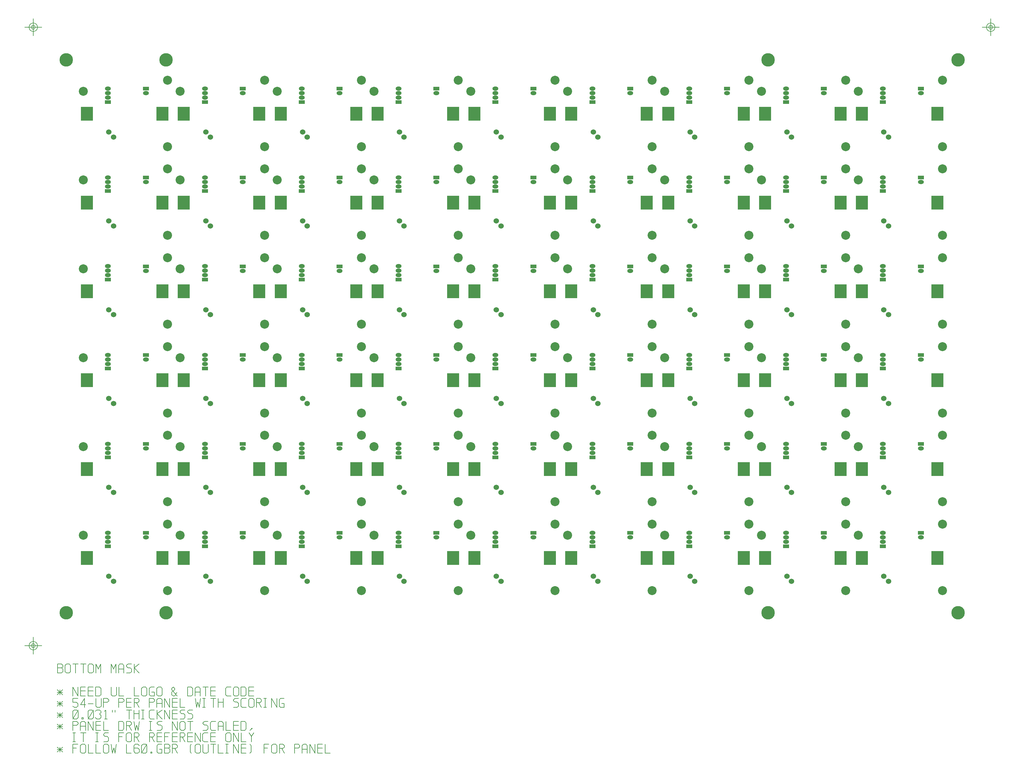
<source format=gbr>
*%FSLAX24Y24*%
%MOIN*%
%IPPOS*%
%ADD10R,0.03X0.03*%
%ADD11R,0.03X0.03*%
%ADD12R,0.0155X0.05*%
%ADD13C,0.05*%
%ADD14R,0.0394X0.0709*%
%AMD15*
21,1,0.0206,0.01,0.0,0.0,0.0*
21,1,0.0256,0.005,0.0,0.0,0.0*
1,1,0.005,0.0103,0.0025*
1,1,0.005,-0.0103,0.0025*
1,1,0.005,0.0103,-0.0025*
1,1,0.005,-0.0103,-0.0025*%
%ADD15D15*%
G04:---LTIenv:A015:17,0.0256,0.01,0.0025 *
%AMD16*
21,1,0.005,0.0256,0.0,0.0,0.0*
21,1,0.01,0.0206,0.0,0.0,0.0*
1,1,0.005,0.0025,0.0103*
1,1,0.005,-0.0025,0.0103*
1,1,0.005,0.0025,-0.0103*
1,1,0.005,-0.0025,-0.0103*%
%ADD16D16*%
G04:---LTIenv:A016:17,0.01,0.0256,0.0025 *
%AMD17*
4,1,8
,0.0049,0.0103
,0.0049,-0.0103
,0.0025,-0.0128
,-0.0025,-0.0128
,-0.0049,-0.0103
,-0.0049,0.0103
,-0.0025,0.0128
,0.0025,0.0128,0.0049,0.0103,0.0*%
%ADD17D17*%
%AMD18*
4,1,8
,-0.0103,0.0049
,0.0103,0.0049
,0.0128,0.0025
,0.0128,-0.0025
,0.0103,-0.0049
,-0.0103,-0.0049
,-0.0128,-0.0025
,-0.0128,0.0025,-0.0103,0.0049,0.0*%
%ADD18D18*%
%ADD19C,0.012*%
%ADD20C,0.02*%
%ADD21C,0.008*%
%ADD22C,0.01*%
%ADD23C,0.009*%
%ADD24C,0.15*%
%ADD25C,0.075*%
%ADD26C,0.15*%
%ADD27C,0.052*%
%ADD28R,0.062X0.04*%
%ADD29O,0.062X0.04*%
%ADD30C,0.026*%
%ADD31C,0.092*%
%ADD32C,0.06*%
%ADD33R,0.13X0.15*%
%AMD34*
1,1,0.1,0.0,0.0*
1,0,0.0875,0.0,0.0*
1,1,0.05,0.0,0.0*
1,0,0.0375,0.0,0.0*
20,1,0.0062,0.0,-0.0969,0.0,0.0969,0.0*
20,1,0.0062,-0.0969,0.0,0.0969,0.0,0.0*%
%ADD34D34*%
G04:---LTIenv:A034:6,0.2,6 *
%ADD35C,0.07*%
%ADD36R,0.038X0.038*%
%ADD37R,0.038X0.038*%
%ADD38R,0.0185X0.053*%
%ADD39C,0.1*%
%ADD40R,0.0474X0.0789*%
%AMD41*
21,1,0.0206,0.014,0.0,0.0,0.0*
21,1,0.0296,0.005,0.0,0.0,0.0*
1,1,0.009,0.0103,0.0025*
1,1,0.009,-0.0103,0.0025*
1,1,0.009,0.0103,-0.0025*
1,1,0.009,-0.0103,-0.0025*%
%ADD41D41*%
G04:---LTIenv:A041:17,0.0296,0.014,0.0045 *
%AMD42*
21,1,0.005,0.0296,0.0,0.0,0.0*
21,1,0.014,0.0206,0.0,0.0,0.0*
1,1,0.009,0.0025,0.0103*
1,1,0.009,-0.0025,0.0103*
1,1,0.009,0.0025,-0.0103*
1,1,0.009,-0.0025,-0.0103*%
%ADD42D42*%
G04:---LTIenv:A042:17,0.014,0.0296,0.0045 *
%AMD43*
4,1,8
,0.0069,0.0113
,0.0069,-0.0113
,0.0035,-0.0148
,-0.0035,-0.0148
,-0.0069,-0.0113
,-0.0069,0.0113
,-0.0035,0.0148
,0.0035,0.0148,0.0069,0.0113,0.0*%
%ADD43D43*%
%AMD44*
4,1,8
,-0.0113,0.0069
,0.0113,0.0069
,0.0148,0.0035
,0.0148,-0.0035
,0.0113,-0.0069
,-0.0113,-0.0069
,-0.0148,-0.0035
,-0.0148,0.0035,-0.0113,0.0069,0.0*%
%ADD44D44*%
%ADD45R,0.066X0.044*%
%ADD46O,0.066X0.044*%
%ADD48C,0.1*%
%ADD49R,0.138X0.158*%
%AMD55*
4,1,8
,0.0049,0.0103
,0.0049,-0.0103
,0.0025,-0.0128
,-0.0025,-0.0128
,-0.0049,-0.0103
,-0.0049,0.0103
,-0.0025,0.0128
,0.0025,0.0128,0.0049,0.0103,0.0*%
%ADD55D55*%
%AMD56*
4,1,8
,-0.0103,0.0049
,0.0103,0.0049
,0.0128,0.0025
,0.0128,-0.0025
,0.0103,-0.0049
,-0.0103,-0.0049
,-0.0128,-0.0025
,-0.0128,0.0025,-0.0103,0.0049,0.0*%
%ADD56D56*%
%ADD200C,0.002*%
%ADD901C,0.012*%
G04:---LTIenv:A901:15,0.012,1 *
%ADD902C,0.028*%
G04:---LTIenv:A902:15,0.028,2 *
%ADD903C,0.033*%
G04:---LTIenv:A903:15,0.033,3 *
%ADD904C,0.12*%
G04:---LTIenv:A904:15,0.12,4 *

%LPD*%
D21*X126Y-13839D2*X724Y-14382D1*X126D2*X724Y-13839D1*X126Y-14115D2*X724D1*X425Y-14382D2*Y-13839D1*X1858Y-13957D2*X2252D1*X1858Y-14532D2*Y-13532D1*X2402*X2693Y-13689D2*Y-14382D1*X2843Y-14532*X3142*X3291Y-14382*Y-13689*X3142Y-13532*X2843*X2693Y-13689*X4110Y-14532D2*X3567D1*Y-13532*X4961Y-14532D2*X4417D1*Y-13532*X5244Y-13689D2*Y-14382D1*X5394Y-14532*X5693*X5843Y-14382*Y-13689*X5693Y-13532*X5394*X5244Y-13689*X6685Y-13532D2*X6559Y-14532D1*X6409Y-13934*X6260Y-14532*X6110Y-13532*X8362Y-14532D2*X7819D1*Y-13532*X8646Y-13957D2*X9094D1*X9244Y-14115*Y-14382*X9094Y-14532*X8795*X8646Y-14335*Y-13689*X8795Y-13532*X9094*X9244Y-13689*X9488Y-14532D2*X10087Y-13532D1*X9638D2*X9488Y-13689D1*Y-14382*X9638Y-14532*X9937*X10087Y-14382*Y-13689*X9937Y-13532*X9638*X10504Y-14532D2*X10654D1*Y-14382*X10504*Y-14532*X11480Y-14083D2*X11756D1*Y-14532*X11354*X11205Y-14382*Y-13689*X11354Y-13532*X11756*X12039Y-13957D2*X12488D1*X12039Y-14532D2*X12488D1*X12638Y-14382*Y-14083*X12488Y-13957*X12638Y-13839*Y-13689*X12488Y-13532*X12039*Y-14532*X13173Y-13989D2*X13472Y-14532D1*X12929Y-13989D2*X13323D1*X13472Y-13839*Y-13689*X13323Y-13532*X12929*Y-14532*X15024D2*X14898Y-14382D1*Y-13689*X15024Y-13532*X15449Y-13689D2*Y-14382D1*X15598Y-14532*X15898*X16047Y-14382*Y-13689*X15898Y-13532*X15598*X15449Y-13689*X16906Y-13532D2*Y-14382D1*X16756Y-14532*X16457*X16307Y-14382*Y-13532*X17465Y-14532D2*Y-13532D1*X17165D2*X17764D1*X18567Y-14532D2*X18024D1*Y-13532*X18843Y-14532D2*X19142D1*X18992D2*Y-13532D1*X18843D2*X19142D1*X20283D2*Y-14532D1*X19709Y-13532*Y-14532*X20567Y-13957D2*X21118D1*Y-13532D2*X20567D1*Y-14532*X21118*X21543D2*X21693Y-14382D1*Y-13689*X21543Y-13532*X23118Y-13957D2*X23512D1*X23118Y-14532D2*Y-13532D1*X23661*X23953Y-13689D2*Y-14382D1*X24102Y-14532*X24402*X24551Y-14382*Y-13689*X24402Y-13532*X24102*X23953Y-13689*X25079Y-13989D2*X25378Y-14532D1*X24835Y-13989D2*X25228D1*X25378Y-13839*Y-13689*X25228Y-13532*X24835*Y-14532*X26520Y-13957D2*X26945D1*X27094Y-13808*Y-13689*X26945Y-13532*X26520*Y-14532*X27354Y-14083D2*X27929D1*Y-14532D2*Y-13689D1*X27780Y-13532*X27504*X27354Y-13689*Y-14532*X28787Y-13532D2*Y-14532D1*X28213Y-13532*Y-14532*X29071Y-13957D2*X29622D1*Y-13532D2*X29071D1*Y-14532*X29622*X30472D2*X29929D1*Y-13532*X126Y-7461D2*X724Y-8004D1*X126D2*X724Y-7461D1*X126Y-7737D2*X724D1*X425Y-8004D2*Y-7461D1*X2425Y-7154D2*Y-8154D1*X1850Y-7154*Y-8154*X2709Y-7579D2*X3260D1*Y-7154D2*X2709D1*Y-8154*X3260*X3559Y-7579D2*X4110D1*Y-7154D2*X3559D1*Y-8154*X4110*X4819D2*X4969Y-8004D1*Y-7311*X4819Y-7154*X4394*Y-8154*X4819*X6701Y-7154D2*Y-8004D1*X6551Y-8154*X6252*X6102Y-8004*Y-7154*X7512Y-8154D2*X6969D1*Y-7154*X9213Y-8154D2*X8669D1*Y-7154*X9496Y-7311D2*Y-8004D1*X9646Y-8154*X9945*X10094Y-8004*Y-7311*X9945Y-7154*X9646*X9496Y-7311*X10630Y-7705D2*X10906D1*Y-8154*X10504*X10354Y-8004*Y-7311*X10504Y-7154*X10906*X11197Y-7311D2*Y-8004D1*X11346Y-8154*X11646*X11795Y-8004*Y-7311*X11646Y-7154*X11346*X11197Y-7311*X13457Y-8154D2*X12858Y-7461D1*Y-7311*X13024Y-7154*X13181Y-7311*Y-7461*X12858Y-7705*Y-8004*X13008Y-8154*X13157*X13307Y-8036*Y-7886*X13457Y-7737*X15024Y-8154D2*X15173Y-8004D1*Y-7311*X15024Y-7154*X14598*Y-8154*X15024*X15449Y-7705D2*X16024D1*Y-8154D2*Y-7311D1*X15874Y-7154*X15598*X15449Y-7311*Y-8154*X16614D2*Y-7154D1*X16315D2*X16913D1*X17165Y-7579D2*X17717D1*Y-7154D2*X17165D1*Y-8154*X17717*X19433D2*X18984D1*X18835Y-8004*Y-7311*X18984Y-7154*X19433*X19701Y-7311D2*Y-8004D1*X19850Y-8154*X20150*X20299Y-8004*Y-7311*X20150Y-7154*X19850*X19701Y-7311*X20976Y-8154D2*X21126Y-8004D1*Y-7311*X20976Y-7154*X20551*Y-8154*X20976*X21417Y-7579D2*X21969D1*Y-7154D2*X21417D1*Y-8154*X21969*X126Y-8737D2*X724Y-9280D1*X126D2*X724Y-8737D1*X126Y-9012D2*X724D1*X425Y-9280D2*Y-8737D1*X2402Y-8430D2*X1850D1*Y-8855*X2252*X2402Y-9012*Y-9280*X2252Y-9430*X2000*X1850Y-9280*X3283Y-9130D2*X2709D1*X3134Y-8430*Y-9430*X3559Y-9012D2*X4110D1*X5000Y-8430D2*Y-9280D1*X4850Y-9430*X4551*X4402Y-9280*Y-8430*X5260Y-8855D2*X5685D1*X5835Y-8705*Y-8587*X5685Y-8430*X5260*Y-9430*X6961Y-8855D2*X7386D1*X7535Y-8705*Y-8587*X7386Y-8430*X6961*Y-9430*X7811Y-8855D2*X8362D1*Y-8430D2*X7811D1*Y-9430*X8362*X8921Y-8886D2*X9220Y-9430D1*X8677Y-8886D2*X9071D1*X9220Y-8737*Y-8587*X9071Y-8430*X8677*Y-9430*X10362Y-8855D2*X10787D1*X10937Y-8705*Y-8587*X10787Y-8430*X10362*Y-9430*X11197Y-8981D2*X11772D1*Y-9430D2*Y-8587D1*X11622Y-8430*X11346*X11197Y-8587*Y-9430*X12630Y-8430D2*Y-9430D1*X12055Y-8430*Y-9430*X12913Y-8855D2*X13465D1*Y-8430D2*X12913D1*Y-9430*X13465*X14315D2*X13772D1*Y-8430*X16039D2*X15913Y-9430D1*X15764Y-8831*X15614Y-9430*X15465Y-8430*X16291Y-9430D2*X16591D1*X16441D2*Y-8430D1*X16291D2*X16591D1*X17465Y-9430D2*Y-8430D1*X17165D2*X17764D1*X18000Y-8855D2*X18575D1*Y-9430D2*Y-8430D1*X18000Y-9430D2*Y-8430D1*X19724Y-9430D2*X20126D1*X20276Y-9280*Y-8981*X20126Y-8831*X19874*X19724Y-8682*Y-8587*X19874Y-8430*X20276*X21134Y-9430D2*X20685D1*X20535Y-9280*Y-8587*X20685Y-8430*X21134*X21402Y-8587D2*Y-9280D1*X21551Y-9430*X21850*X22000Y-9280*Y-8587*X21850Y-8430*X21551*X21402Y-8587*X22528Y-8886D2*X22827Y-9430D1*X22283Y-8886D2*X22677D1*X22827Y-8737*Y-8587*X22677Y-8430*X22283*Y-9430*X23094D2*X23394D1*X23244D2*Y-8430D1*X23094D2*X23394D1*X24535D2*Y-9430D1*X23961Y-8430*Y-9430*X25087Y-8981D2*X25362D1*Y-9430*X24961*X24811Y-9280*Y-8587*X24961Y-8430*X25362*X126Y-10012D2*X724Y-10556D1*X126D2*X724Y-10012D1*X126Y-10288D2*X724D1*X425Y-10556D2*Y-10012D1*X1835Y-10705D2*X2433Y-9705D1*X1984D2*X1835Y-9863D1*Y-10556*X1984Y-10705*X2283*X2433Y-10556*Y-9863*X2283Y-9705*X1984*X2850Y-10705D2*X3000D1*Y-10556*X2850*Y-10705*X3535D2*X4134Y-9705D1*X3685D2*X3535Y-9863D1*Y-10556*X3685Y-10705*X3984*X4134Y-10556*Y-9863*X3984Y-9705*X3685*X4362Y-10556D2*X4512Y-10705D1*X4819*X4969Y-10556*Y-10311*X4819Y-10162*X4969Y-10012*Y-9863*X4819Y-9705*X4512*X4362Y-9863*X5378Y-10705D2*X5677D1*X5528D2*Y-9705D1*X5378Y-9863*X6535Y-9957D2*Y-9705D1*X6236Y-9957D2*Y-9705D1*X8110Y-10705D2*Y-9705D1*X7811D2*X8409D1*X8646Y-10130D2*X9220D1*Y-10705D2*Y-9705D1*X8646Y-10705D2*Y-9705D1*X9488Y-10705D2*X9787D1*X9638D2*Y-9705D1*X9488D2*X9787D1*X10929Y-10705D2*X10480D1*X10331Y-10556*Y-9863*X10480Y-9705*X10929*X11220Y-10705D2*Y-9705D1*X11772Y-10705D2*X11220Y-10130D1*X11772Y-9705*X12630D2*Y-10705D1*X12055Y-9705*Y-10705*X12913Y-10130D2*X13465D1*Y-9705D2*X12913D1*Y-10705*X13465*X13772D2*X14173D1*X14323Y-10556*Y-10256*X14173Y-10107*X13921*X13772Y-9957*Y-9863*X13921Y-9705*X14323*X14622Y-10705D2*X15024D1*X15173Y-10556*Y-10256*X15024Y-10107*X14772*X14622Y-9957*Y-9863*X14772Y-9705*X15173*X126Y-11288D2*X724Y-11831D1*X126D2*X724Y-11288D1*X126Y-11563D2*X724D1*X425Y-11831D2*Y-11288D1*X1858Y-11406D2*X2283D1*X2433Y-11256*Y-11138*X2283Y-10981*X1858*Y-11981*X2693Y-11532D2*X3268D1*Y-11981D2*Y-11138D1*X3118Y-10981*X2843*X2693Y-11138*Y-11981*X4126Y-10981D2*Y-11981D1*X3551Y-10981*Y-11981*X4409Y-11406D2*X4961D1*Y-10981D2*X4409D1*Y-11981*X4961*X5811D2*X5268D1*Y-10981*X7370Y-11981D2*X7520Y-11831D1*Y-11138*X7370Y-10981*X6945*Y-11981*X7370*X8071Y-11437D2*X8370Y-11981D1*X7827Y-11437D2*X8220D1*X8370Y-11288*Y-11138*X8220Y-10981*X7827*Y-11981*X9236Y-10981D2*X9110Y-11981D1*X8961Y-11382*X8811Y-11981*X8661Y-10981*X10339Y-11981D2*X10638D1*X10488D2*Y-10981D1*X10339D2*X10638D1*X11220Y-11981D2*X11622D1*X11772Y-11831*Y-11532*X11622Y-11382*X11370*X11220Y-11233*Y-11138*X11370Y-10981*X11772*X13480D2*Y-11981D1*X12906Y-10981*Y-11981*X13748Y-11138D2*Y-11831D1*X13898Y-11981*X14197*X14346Y-11831*Y-11138*X14197Y-10981*X13898*X13748Y-11138*X14913Y-11981D2*Y-10981D1*X14614D2*X15213D1*X16323Y-11981D2*X16724D1*X16874Y-11831*Y-11532*X16724Y-11382*X16472*X16323Y-11233*Y-11138*X16472Y-10981*X16874*X17732Y-11981D2*X17283D1*X17134Y-11831*Y-11138*X17283Y-10981*X17732*X18000Y-11532D2*X18575D1*Y-11981D2*Y-11138D1*X18425Y-10981*X18150*X18000Y-11138*Y-11981*X19417D2*X18874D1*Y-10981*X19717Y-11406D2*X20268D1*Y-10981D2*X19717D1*Y-11981*X20268*X20976D2*X21126Y-11831D1*Y-11138*X20976Y-10981*X20551*Y-11981*X20976*X21701Y-11847D2*Y-11737D1*X21819*X21543Y-11981*X1835Y-13256D2*X2134D1*X1984D2*Y-12256D1*X1835D2*X2134D1*X3008Y-13256D2*Y-12256D1*X2709D2*X3307D1*X4386Y-13256D2*X4685D1*X4535D2*Y-12256D1*X4386D2*X4685D1*X5268Y-13256D2*X5669D1*X5819Y-13107*Y-12808*X5669Y-12658*X5417*X5268Y-12508*Y-12414*X5417Y-12256*X5819*X6961Y-12682D2*X7354D1*X6961Y-13256D2*Y-12256D1*X7504*X7795Y-12414D2*Y-13107D1*X7945Y-13256*X8244*X8394Y-13107*Y-12414*X8244Y-12256*X7945*X7795Y-12414*X8921Y-12713D2*X9220Y-13256D1*X8677Y-12713D2*X9071D1*X9220Y-12563*Y-12414*X9071Y-12256*X8677*Y-13256*X10622Y-12713D2*X10921Y-13256D1*X10378Y-12713D2*X10772D1*X10921Y-12563*Y-12414*X10772Y-12256*X10378*Y-13256*X11213Y-12682D2*X11764D1*Y-12256D2*X11213D1*Y-13256*X11764*X12063Y-12682D2*X12457D1*X12063Y-13256D2*Y-12256D1*X12606*X12913Y-12682D2*X13465D1*Y-12256D2*X12913D1*Y-13256*X13465*X14024Y-12713D2*X14323Y-13256D1*X13780Y-12713D2*X14173D1*X14323Y-12563*Y-12414*X14173Y-12256*X13780*Y-13256*X14614Y-12682D2*X15165D1*Y-12256D2*X14614D1*Y-13256*X15165*X16031Y-12256D2*Y-13256D1*X15457Y-12256*Y-13256*X16882D2*X16433D1*X16283Y-13107*Y-12414*X16433Y-12256*X16882*X17165Y-12682D2*X17717D1*Y-12256D2*X17165D1*Y-13256*X17717*X18850Y-12414D2*Y-13107D1*X19000Y-13256*X19299*X19449Y-13107*Y-12414*X19299Y-12256*X19000*X18850Y-12414*X20283Y-12256D2*Y-13256D1*X19709Y-12256*Y-13256*X21118D2*X20575D1*Y-12256*X21433D2*X21709Y-12658D1*X21984Y-12256*X21709Y-13256D2*Y-12658D1*X134Y-5027D2*X583D1*X134Y-5602D2*X583D1*X732Y-5452*Y-5153*X583Y-5027*X732Y-4909*Y-4759*X583Y-4602*X134*Y-5602*X992Y-4759D2*Y-5452D1*X1142Y-5602*X1441*X1591Y-5452*Y-4759*X1441Y-4602*X1142*X992Y-4759*X2157Y-5602D2*Y-4602D1*X1858D2*X2457D1*X3008Y-5602D2*Y-4602D1*X2709D2*X3307D1*X3543Y-4759D2*Y-5452D1*X3693Y-5602*X3992*X4142Y-5452*Y-4759*X3992Y-4602*X3693*X3543Y-4759*X4961Y-5602D2*Y-4602D1*X4685Y-5153*X4409Y-4602*Y-5602*X6661D2*Y-4602D1*X6386Y-5153*X6110Y-4602*Y-5602*X6945Y-5153D2*X7520D1*Y-5602D2*Y-4759D1*X7370Y-4602*X7094*X6945Y-4759*Y-5602*X7819D2*X8220D1*X8370Y-5452*Y-5153*X8220Y-5004*X7969*X7819Y-4854*Y-4759*X7969Y-4602*X8370*X8669Y-5602D2*Y-4602D1*X9220Y-5602D2*X8669Y-5027D1*X9220Y-4602*D24*X1110Y62670D3*X100305D3*Y1110D3*X1110D3*D26*X79195Y62670D3*Y1110D3*X12220Y62670D3*Y1110D3*D32*X3020Y59190D3*X5860Y54640D3*X6370Y54080D3*X13795Y59190D3*X16635Y54640D3*X17145Y54080D3*X24570Y59190D3*X27410Y54640D3*X27920Y54080D3*X35345Y59190D3*X38185Y54640D3*X38695Y54080D3*X46120Y59190D3*X48960Y54640D3*X49470Y54080D3*X56895Y59190D3*X59735Y54640D3*X60245Y54080D3*X67670Y59190D3*X70510Y54640D3*X71020Y54080D3*X78445Y59190D3*X81285Y54640D3*X81795Y54080D3*X89220Y59190D3*X92060Y54640D3*X92570Y54080D3*X89220Y49300D3*X92060Y44750D3*X92570Y44190D3*X78445Y49300D3*X81285Y44750D3*X81795Y44190D3*X67670Y49300D3*X70510Y44750D3*X71020Y44190D3*X56895Y49300D3*X59735Y44750D3*X60245Y44190D3*X46120Y49300D3*X48960Y44750D3*X49470Y44190D3*X35345Y49300D3*X38185Y44750D3*X38695Y44190D3*X24570Y49300D3*X27410Y44750D3*X27920Y44190D3*X13795Y49300D3*X16635Y44750D3*X17145Y44190D3*X3020Y49300D3*X5860Y44750D3*X6370Y44190D3*X3020Y39410D3*X5860Y34860D3*X6370Y34300D3*X13795Y39410D3*X16635Y34860D3*X17145Y34300D3*X24570Y39410D3*X27410Y34860D3*X27920Y34300D3*X35345Y39410D3*X38185Y34860D3*X38695Y34300D3*X46120Y39410D3*X48960Y34860D3*X49470Y34300D3*X56895Y39410D3*X59735Y34860D3*X60245Y34300D3*X67670Y39410D3*X70510Y34860D3*X71020Y34300D3*X78445Y39410D3*X81285Y34860D3*X81795Y34300D3*X89220Y39410D3*X92060Y34860D3*X92570Y34300D3*X89220Y29520D3*X92060Y24970D3*X92570Y24410D3*X78445Y29520D3*X81285Y24970D3*X81795Y24410D3*X67670Y29520D3*X70510Y24970D3*X71020Y24410D3*X56895Y29520D3*X59735Y24970D3*X60245Y24410D3*X46120Y29520D3*X48960Y24970D3*X49470Y24410D3*X35345Y29520D3*X38185Y24970D3*X38695Y24410D3*X24570Y29520D3*X27410Y24970D3*X27920Y24410D3*X13795Y29520D3*X16635Y24970D3*X17145Y24410D3*X3020Y29520D3*X5860Y24970D3*X6370Y24410D3*X3020Y19630D3*X5860Y15080D3*X6370Y14520D3*X13795Y19630D3*X16635Y15080D3*X17145Y14520D3*X24570Y19630D3*X27410Y15080D3*X27920Y14520D3*X35345Y19630D3*X38185Y15080D3*X38695Y14520D3*X46120Y19630D3*X48960Y15080D3*X49470Y14520D3*X56895Y19630D3*X59735Y15080D3*X60245Y14520D3*X67670Y19630D3*X70510Y15080D3*X71020Y14520D3*X78445Y19630D3*X81285Y15080D3*X81795Y14520D3*X89220Y19630D3*X92060Y15080D3*X92570Y14520D3*X89220Y9740D3*X92060Y5190D3*X92570Y4630D3*X78445Y9740D3*X81285Y5190D3*X81795Y4630D3*X67670Y9740D3*X70510Y5190D3*X71020Y4630D3*X56895Y9740D3*X59735Y5190D3*X60245Y4630D3*X46120Y9740D3*X48960Y5190D3*X49470Y4630D3*X35345Y9740D3*X38185Y5190D3*X38695Y4630D3*X24570Y9740D3*X27410Y5190D3*X27920Y4630D3*X13795Y9740D3*X16635Y5190D3*X17145Y4630D3*X3020Y9740D3*X5860Y5190D3*X6370Y4630D3*D34*X-2540Y-2540D3*Y66320D3*X103955D3*D39*X3020Y59190D3*X13795D3*X24570D3*X35345D3*X46120D3*X56895D3*X67670D3*X78445D3*X89220D3*Y49300D3*X78445D3*X67670D3*X56895D3*X46120D3*X35345D3*X24570D3*X13795D3*X3020D3*Y39410D3*X13795D3*X24570D3*X35345D3*X46120D3*X56895D3*X67670D3*X78445D3*X89220D3*Y29520D3*X78445D3*X67670D3*X56895D3*X46120D3*X35345D3*X24570D3*X13795D3*X3020D3*Y19630D3*X13795D3*X24570D3*X35345D3*X46120D3*X56895D3*X67670D3*X78445D3*X89220D3*Y9740D3*X78445D3*X67670D3*X56895D3*X46120D3*X35345D3*X24570D3*X13795D3*X3020D3*D45*X9970Y59470D3*X5760Y57980D3*X20745Y59470D3*X16535Y57980D3*X31520Y59470D3*X27310Y57980D3*X42295Y59470D3*X38085Y57980D3*X53070Y59470D3*X48860Y57980D3*X63845Y59470D3*X59635Y57980D3*X74620Y59470D3*X70410Y57980D3*X85395Y59470D3*X81185Y57980D3*X96170Y59470D3*X91960Y57980D3*X96170Y49580D3*X91960Y48090D3*X85395Y49580D3*X81185Y48090D3*X74620Y49580D3*X70410Y48090D3*X63845Y49580D3*X59635Y48090D3*X53070Y49580D3*X48860Y48090D3*X42295Y49580D3*X38085Y48090D3*X31520Y49580D3*X27310Y48090D3*X20745Y49580D3*X16535Y48090D3*X9970Y49580D3*X5760Y48090D3*X9970Y39690D3*X5760Y38200D3*X20745Y39690D3*X16535Y38200D3*X31520Y39690D3*X27310Y38200D3*X42295Y39690D3*X38085Y38200D3*X53070Y39690D3*X48860Y38200D3*X63845Y39690D3*X59635Y38200D3*X74620Y39690D3*X70410Y38200D3*X85395Y39690D3*X81185Y38200D3*X96170Y39690D3*X91960Y38200D3*X96170Y29800D3*X91960Y28310D3*X85395Y29800D3*X81185Y28310D3*X74620Y29800D3*X70410Y28310D3*X63845Y29800D3*X59635Y28310D3*X53070Y29800D3*X48860Y28310D3*X42295Y29800D3*X38085Y28310D3*X31520Y29800D3*X27310Y28310D3*X20745Y29800D3*X16535Y28310D3*X9970Y29800D3*X5760Y28310D3*X9970Y19910D3*X5760Y18420D3*X20745Y19910D3*X16535Y18420D3*X31520Y19910D3*X27310Y18420D3*X42295Y19910D3*X38085Y18420D3*X53070Y19910D3*X48860Y18420D3*X63845Y19910D3*X59635Y18420D3*X74620Y19910D3*X70410Y18420D3*X85395Y19910D3*X81185Y18420D3*X96170Y19910D3*X91960Y18420D3*X96170Y10020D3*X91960Y8530D3*X85395Y10020D3*X81185Y8530D3*X74620Y10020D3*X70410Y8530D3*X63845Y10020D3*X59635Y8530D3*X53070Y10020D3*X48860Y8530D3*X42295Y10020D3*X38085Y8530D3*X31520Y10020D3*X27310Y8530D3*X20745Y10020D3*X16535Y8530D3*X9970Y10020D3*X5760Y8530D3*D46*X9970Y58970D3*X5760Y59480D3*Y58980D3*Y58480D3*X20745Y58970D3*X16535Y59480D3*Y58980D3*Y58480D3*X31520Y58970D3*X27310Y59480D3*Y58980D3*Y58480D3*X42295Y58970D3*X38085Y59480D3*Y58980D3*Y58480D3*X53070Y58970D3*X48860Y59480D3*Y58980D3*Y58480D3*X63845Y58970D3*X59635Y59480D3*Y58980D3*Y58480D3*X74620Y58970D3*X70410Y59480D3*Y58980D3*Y58480D3*X85395Y58970D3*X81185Y59480D3*Y58980D3*Y58480D3*X96170Y58970D3*X91960Y59480D3*Y58980D3*Y58480D3*X96170Y49080D3*X91960Y49590D3*Y49090D3*Y48590D3*X85395Y49080D3*X81185Y49590D3*Y49090D3*Y48590D3*X74620Y49080D3*X70410Y49590D3*Y49090D3*Y48590D3*X63845Y49080D3*X59635Y49590D3*Y49090D3*Y48590D3*X53070Y49080D3*X48860Y49590D3*Y49090D3*Y48590D3*X42295Y49080D3*X38085Y49590D3*Y49090D3*Y48590D3*X31520Y49080D3*X27310Y49590D3*Y49090D3*Y48590D3*X20745Y49080D3*X16535Y49590D3*Y49090D3*Y48590D3*X9970Y49080D3*X5760Y49590D3*Y49090D3*Y48590D3*X9970Y39190D3*X5760Y39700D3*Y39200D3*Y38700D3*X20745Y39190D3*X16535Y39700D3*Y39200D3*Y38700D3*X31520Y39190D3*X27310Y39700D3*Y39200D3*Y38700D3*X42295Y39190D3*X38085Y39700D3*Y39200D3*Y38700D3*X53070Y39190D3*X48860Y39700D3*Y39200D3*Y38700D3*X63845Y39190D3*X59635Y39700D3*Y39200D3*Y38700D3*X74620Y39190D3*X70410Y39700D3*Y39200D3*Y38700D3*X85395Y39190D3*X81185Y39700D3*Y39200D3*Y38700D3*X96170Y39190D3*X91960Y39700D3*Y39200D3*Y38700D3*X96170Y29300D3*X91960Y29810D3*Y29310D3*Y28810D3*X85395Y29300D3*X81185Y29810D3*Y29310D3*Y28810D3*X74620Y29300D3*X70410Y29810D3*Y29310D3*Y28810D3*X63845Y29300D3*X59635Y29810D3*Y29310D3*Y28810D3*X53070Y29300D3*X48860Y29810D3*Y29310D3*Y28810D3*X42295Y29300D3*X38085Y29810D3*Y29310D3*Y28810D3*X31520Y29300D3*X27310Y29810D3*Y29310D3*Y28810D3*X20745Y29300D3*X16535Y29810D3*Y29310D3*Y28810D3*X9970Y29300D3*X5760Y29810D3*Y29310D3*Y28810D3*X9970Y19410D3*X5760Y19920D3*Y19420D3*Y18920D3*X20745Y19410D3*X16535Y19920D3*Y19420D3*Y18920D3*X31520Y19410D3*X27310Y19920D3*Y19420D3*Y18920D3*X42295Y19410D3*X38085Y19920D3*Y19420D3*Y18920D3*X53070Y19410D3*X48860Y19920D3*Y19420D3*Y18920D3*X63845Y19410D3*X59635Y19920D3*Y19420D3*Y18920D3*X74620Y19410D3*X70410Y19920D3*Y19420D3*Y18920D3*X85395Y19410D3*X81185Y19920D3*Y19420D3*Y18920D3*X96170Y19410D3*X91960Y19920D3*Y19420D3*Y18920D3*X96170Y9520D3*X91960Y10030D3*Y9530D3*Y9030D3*X85395Y9520D3*X81185Y10030D3*Y9530D3*Y9030D3*X74620Y9520D3*X70410Y10030D3*Y9530D3*Y9030D3*X63845Y9520D3*X59635Y10030D3*Y9530D3*Y9030D3*X53070Y9520D3*X48860Y10030D3*Y9530D3*Y9030D3*X42295Y9520D3*X38085Y10030D3*Y9530D3*Y9030D3*X31520Y9520D3*X27310Y10030D3*Y9530D3*Y9030D3*X20745Y9520D3*X16535Y10030D3*Y9530D3*Y9030D3*X9970Y9520D3*X5760Y10030D3*Y9530D3*Y9030D3*D48*X12390Y53030D3*Y60430D3*X23165Y53030D3*Y60430D3*X33940Y53030D3*Y60430D3*X44715Y53030D3*Y60430D3*X55490Y53030D3*Y60430D3*X66265Y53030D3*Y60430D3*X77040Y53030D3*Y60430D3*X87815Y53030D3*Y60430D3*X98590Y53030D3*Y60430D3*Y43140D3*Y50540D3*X87815Y43140D3*Y50540D3*X77040Y43140D3*Y50540D3*X66265Y43140D3*Y50540D3*X55490Y43140D3*Y50540D3*X44715Y43140D3*Y50540D3*X33940Y43140D3*Y50540D3*X23165Y43140D3*Y50540D3*X12390Y43140D3*Y50540D3*Y33250D3*Y40650D3*X23165Y33250D3*Y40650D3*X33940Y33250D3*Y40650D3*X44715Y33250D3*Y40650D3*X55490Y33250D3*Y40650D3*X66265Y33250D3*Y40650D3*X77040Y33250D3*Y40650D3*X87815Y33250D3*Y40650D3*X98590Y33250D3*Y40650D3*Y23360D3*Y30760D3*X87815Y23360D3*Y30760D3*X77040Y23360D3*Y30760D3*X66265Y23360D3*Y30760D3*X55490Y23360D3*Y30760D3*X44715Y23360D3*Y30760D3*X33940Y23360D3*Y30760D3*X23165Y23360D3*Y30760D3*X12390Y23360D3*Y30760D3*Y13470D3*Y20870D3*X23165Y13470D3*Y20870D3*X33940Y13470D3*Y20870D3*X44715Y13470D3*Y20870D3*X55490Y13470D3*Y20870D3*X66265Y13470D3*Y20870D3*X77040Y13470D3*Y20870D3*X87815Y13470D3*Y20870D3*X98590Y13470D3*Y20870D3*Y3580D3*Y10980D3*X87815Y3580D3*Y10980D3*X77040Y3580D3*Y10980D3*X66265Y3580D3*Y10980D3*X55490Y3580D3*Y10980D3*X44715Y3580D3*Y10980D3*X33940Y3580D3*Y10980D3*X23165Y3580D3*Y10980D3*X12390Y3580D3*Y10980D3*D49*X3420Y56680D3*X11820D3*X14195D3*X22595D3*X24970D3*X33370D3*X35745D3*X44145D3*X46520D3*X54920D3*X57295D3*X65695D3*X68070D3*X76470D3*X78845D3*X87245D3*X89620D3*X98020D3*X89620Y46790D3*X98020D3*X78845D3*X87245D3*X68070D3*X76470D3*X57295D3*X65695D3*X46520D3*X54920D3*X35745D3*X44145D3*X24970D3*X33370D3*X14195D3*X22595D3*X3420D3*X11820D3*X3420Y36900D3*X11820D3*X14195D3*X22595D3*X24970D3*X33370D3*X35745D3*X44145D3*X46520D3*X54920D3*X57295D3*X65695D3*X68070D3*X76470D3*X78845D3*X87245D3*X89620D3*X98020D3*X89620Y27010D3*X98020D3*X78845D3*X87245D3*X68070D3*X76470D3*X57295D3*X65695D3*X46520D3*X54920D3*X35745D3*X44145D3*X24970D3*X33370D3*X14195D3*X22595D3*X3420D3*X11820D3*X3420Y17120D3*X11820D3*X14195D3*X22595D3*X24970D3*X33370D3*X35745D3*X44145D3*X46520D3*X54920D3*X57295D3*X65695D3*X68070D3*X76470D3*X78845D3*X87245D3*X89620D3*X98020D3*X89620Y7230D3*X98020D3*X78845D3*X87245D3*X68070D3*X76470D3*X57295D3*X65695D3*X46520D3*X54920D3*X35745D3*X44145D3*X24970D3*X33370D3*X14195D3*X22595D3*X3420D3*X11820D3*X0Y0D2*M02*
</source>
